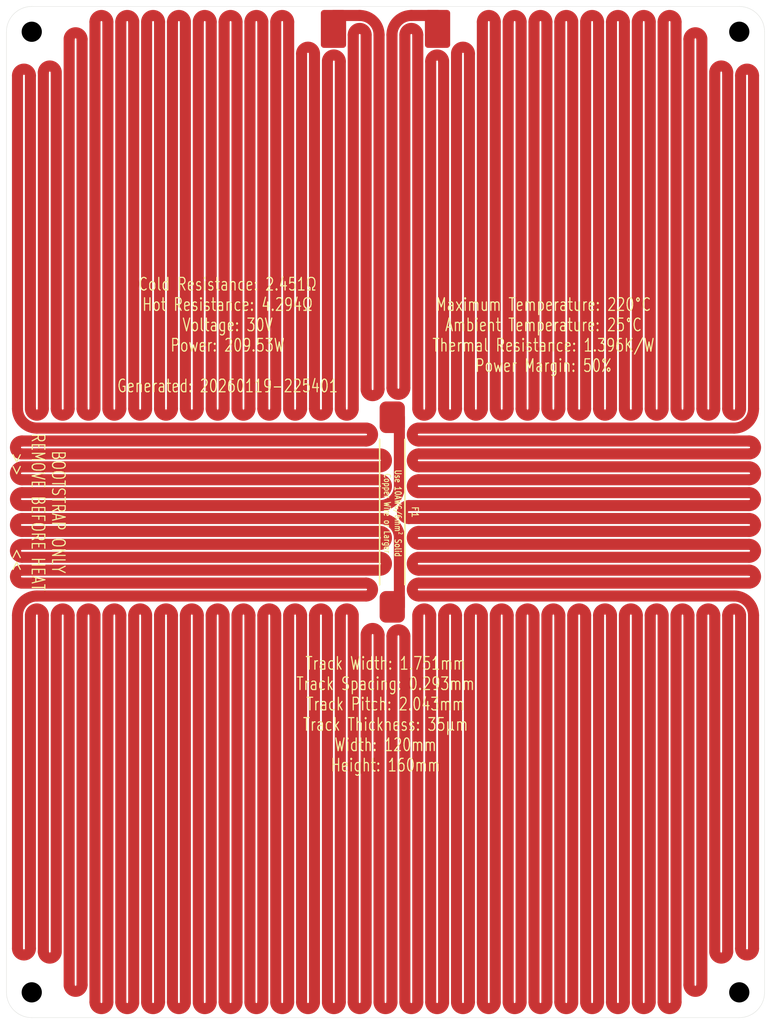
<source format=kicad_pcb>
(kicad_pcb (version 20241229) (generator "pcbnew") (generator_version "9.0")
  (layers (0 "F.Cu" signal) (2 "B.Cu" signal) (13 "F.Paste" user) (15 "B.Paste" user) (5 "F.SilkS" user "F.Silkscreen") (7 "B.SilkS" user "B.Silkscreen") (1 "F.Mask" user) (3 "B.Mask" user) (25 "Edge.Cuts" user))
  (net 0 "")
  (net 1 "Net-(J2-Pin_1)")
  (net 2 "Net-(J1-Pin_1)")
  (footprint "blg:MountingHole_3.2mm_M3_NoPad_TopLarge" (layer "F.Cu") (at 161 29)
    (property "Reference" "REF**" (hide yes))
    (property "Value" "MountingHole_3.2mm_M3_NoPad_TopLarge" (hide yes))
    (pad "" np_thru_hole circle (at 0 0) (size 7.6 7.6) (drill 3.2) (layers))
  )
  (footprint "blg:SMD_PowerConnection_4x6mm" (layer "F.Cu") (at 113.235499 28.55 -90)
    (property "Reference" "J2" (hide yes))
    (property "Value" "Hotplate_Power_Connection" (hide yes))
    (pad "1" smd roundrect (at 0 0 270) (size 6 4) (layers "F.Cu" "F.Mask" "F.Paste") (roundrect_rratio 0.125) (net 1 "Net-(J2-Pin_1)"))
  )
  (footprint "blg:MountingHole_3.2mm_M3_NoPad_TopLarge" (layer "F.Cu") (at 49 181)
    (property "Reference" "REF**" (hide yes))
    (property "Value" "MountingHole_3.2mm_M3_NoPad_TopLarge" (hide yes))
    (pad "" np_thru_hole circle (at 0 0) (size 7.6 7.6) (drill 3.2) (layers))
  )
  (footprint "blg:MountingHole_3.2mm_M3_NoPad_TopLarge" (layer "F.Cu") (at 161 181)
    (property "Reference" "REF**" (hide yes))
    (property "Value" "MountingHole_3.2mm_M3_NoPad_TopLarge" (hide yes))
    (pad "" np_thru_hole circle (at 0 0) (size 7.6 7.6) (drill 3.2) (layers))
  )
  (footprint "blg:SMD_PowerConnection_4x6mm" (layer "F.Cu") (at 96.7645 28.55 -90)
    (property "Reference" "J1" (hide yes))
    (property "Value" "Hotplate_Power_Connection" (hide yes))
    (pad "1" smd roundrect (at 0 0 270) (size 6 4) (layers "F.Cu" "F.Mask" "F.Paste") (roundrect_rratio 0.125) (net 2 "Net-(J1-Pin_1)"))
  )
  (footprint "blg:Thermal Fuse, SN100C, Front, 35mm" (layer "F.Cu") (at 106.0705 105 -90)
    (property "Reference" "F1" (at 0 -3.6 270) (layer "F.SilkS"))
    (property "Value" "~")
    (fp_line (start -11.5 2) (end 11.5 2) (stroke (width 0.25)) (layer "F.SilkS"))
    (fp_line (start -11.5 -2) (end 11.5 -2) (stroke (width 0.25)) (layer "F.SilkS"))
    (fp_text user "Use 10AWG/6mm  Solid" (at 0.2 -0.9 270) (layer "F.SilkS") (effects (font (size 1 0.75))))
    (fp_text user "2" (at 3.35 -1.3 270) (layer "F.SilkS") (effects (font (size 0.6 0.4) (thickness 0.1))))
    (fp_text user "Copper Wire or Larger" (at 0.2 0.8 270) (layer "F.SilkS") (effects (font (size 1 0.75))))
    (pad "1" smd roundrect (at -15 0 270) (size 5 4) (layers "F.Cu" "F.Mask") (net 2 "Net-(J1-Pin_1)"))
    (pad "2" smd roundrect (at 15 0 270) (size 5 4) (layers "F.Cu" "F.Mask") (net 1 "Net-(J2-Pin_1)"))
  )
  (footprint "blg:MountingHole_3.2mm_M3_NoPad_TopLarge" (layer "F.Cu") (at 49 29)
    (property "Reference" "REF**" (hide yes))
    (property "Value" "MountingHole_3.2mm_M3_NoPad_TopLarge" (hide yes))
    (pad "" np_thru_hole circle (at 0 0) (size 7.6 7.6) (drill 3.2) (layers))
  )
  (gr_arc (start 45 29) (mid 46.171573 26.171573) (end 49 25) (stroke (width 0.05)) (layer "Edge.Cuts"))
  (gr_line (start 165 29) (end 165 181) (stroke (width 0.05)) (layer "Edge.Cuts"))
  (gr_arc (start 49 185) (mid 46.171573 183.828427) (end 45 181) (stroke (width 0.05)) (layer "Edge.Cuts"))
  (gr_line (start 49 185) (end 161 185) (stroke (width 0.05)) (layer "Edge.Cuts"))
  (gr_line (start 45 29) (end 45 181) (stroke (width 0.05)) (layer "Edge.Cuts"))
  (gr_arc (start 165 181) (mid 163.828427 183.828427) (end 161 185) (stroke (width 0.05)) (layer "Edge.Cuts"))
  (gr_arc (start 161 25) (mid 163.828427 26.171573) (end 165 29) (stroke (width 0.05)) (layer "Edge.Cuts"))
  (gr_line (start 49 25) (end 161 25) (stroke (width 0.05)) (layer "Edge.Cuts"))
  (gr_text "Track Width: 1.751mm\nTrack Spacing: 0.293mm\nTrack Pitch: 2.043mm\nTrack Thickness: 35µm\nWidth: 120mm\nHeight: 160mm" (at 105 137 0) (layer "F.SilkS") (effects (font (size 2 1.5) (thickness 0.1875))))
  (gr_text "Maximum Temperature: 220°C\nAmbient Temperature: 25°C\nThermal Resistance: 1.396K/W\nPower Margin: 50%" (at 130 77 0) (layer "F.SilkS") (effects (font (size 2 1.5) (thickness 0.1875))))
  (gr_text "BOOTSTRAP ONLY\nREMOVE BEFORE HEAT\n>>          <<" (at 45.6 105 270) (layer "F.SilkS") (effects (font (size 2 1.5) (thickness 0.1875)) (justify bottom)))
  (gr_text "Cold Resistance: 2.451Ω\nHot Resistance: 4.294Ω\nVoltage: 30V\nPower: 209.53W\n\nGenerated: 20260119-225401" (at 80 77 0) (layer "F.SilkS") (effects (font (size 2 1.5) (thickness 0.1875))))
  (segment (start 106.021999 124.6475) (end 106.021999 182.552499) (width 1.751) (layer "F.Cu") (net 1))
  (segment (start 162.552499 95.801999) (end 110.261 95.801999) (width 1.751) (layer "F.Cu") (net 1))
  (segment (start 91.713999 182.552499) (end 91.713999 121.351999) (width 1.751) (layer "F.Cu") (net 1))
  (segment (start 122.374 27.447499) (end 122.374 88.648) (width 1.751) (layer "F.Cu") (net 1))
  (segment (start 114.198 33.6975) (end 114.198 88.648) (width 1.751) (layer "F.Cu") (net 1))
  (segment (start 130.55 27.447499) (end 130.55 88.648) (width 1.751) (layer "F.Cu") (net 1))
  (segment (start 162.552499 99.889999) (end 110.261 99.889999) (width 1.751) (layer "F.Cu") (net 1))
  (segment (start 142.814 27.447499) (end 142.814 88.648) (width 1.751) (layer "F.Cu") (net 1))
  (segment (start 56.965999 121.351999) (end 56.965999 179.817291) (width 1.751) (layer "F.Cu") (net 1))
  (segment (start 162.552499 103.978) (end 108.699523 103.978) (width 1.751) (layer "F.Cu") (net 1))
  (segment (start 75.362 182.552499) (end 75.362 121.351999) (width 1.751) (layer "F.Cu") (net 1))
  (segment (start 148.946 182.552499) (end 148.946 121.351999) (width 1.751) (layer "F.Cu") (net 1))
  (segment (start 138.726 121.351999) (end 138.726 182.552499) (width 1.751) (layer "F.Cu") (net 1))
  (segment (start 126.461999 121.351999) (end 126.461999 182.552499) (width 1.751) (layer "F.Cu") (net 1))
  (segment (start 144.857999 88.648) (end 144.857999 27.447499) (width 1.751) (layer "F.Cu") (net 1))
  (segment (start 97.846 121.351999) (end 97.846 182.552499) (width 1.751) (layer "F.Cu") (net 1))
  (segment (start 153.034 88.648) (end 153.034 30.182708) (width 1.751) (layer "F.Cu") (net 1))
  (segment (start 89.67 121.351999) (end 89.67 182.552499) (width 1.751) (layer "F.Cu") (net 1))
  (segment (start 134.638 121.351999) (end 134.638 182.552499) (width 1.751) (layer "F.Cu") (net 1))
  (segment (start 81.494 121.351999) (end 81.494 182.552499) (width 1.751) (layer "F.Cu") (net 1))
  (segment (start 110.261 110.11) (end 162.552499 110.11) (width 1.751) (layer "F.Cu") (net 1))
  (segment (start 113.235499 26.425499) (end 109.088 26.425499) (width 1.751) (layer "F.Cu") (net 1))
  (segment (start 116.242 88.648) (end 116.242 32.461394) (width 1.751) (layer "F.Cu") (net 1))
  (segment (start 49.811999 118.285999) (end 101.923 118.285999) (width 1.751) (layer "F.Cu") (net 1))
  (segment (start 50.833999 174.560962) (end 50.833999 121.351999) (width 1.751) (layer "F.Cu") (net 1))
  (segment (start 79.449999 182.552499) (end 79.449999 121.351999) (width 1.751) (layer "F.Cu") (net 1))
  (segment (start 85.582 121.351999) (end 85.582 182.552499) (width 1.751) (layer "F.Cu") (net 1))
  (segment (start 108.699523 106.021999) (end 162.552499 106.021999) (width 1.751) (layer "F.Cu") (net 1))
  (segment (start 47.4475 106.021999) (end 104.129 106.021999) (width 1.751) (layer "F.Cu") (net 1))
  (segment (start 161.209999 174.064575) (end 161.209999 121.351999) (width 1.751) (layer "F.Cu") (net 1))
  (segment (start 160.187999 91.713999) (end 110.261 91.713999) (width 1.751) (layer "F.Cu") (net 1))
  (segment (start 163.254 35.935424) (end 163.254 88.648) (width 1.751) (layer "F.Cu") (net 1))
  (segment (start 157.122 88.648) (end 157.122 35.439037) (width 1.751) (layer "F.Cu") (net 1))
  (segment (start 140.77 88.648) (end 140.77 27.447499) (width 1.751) (layer "F.Cu") (net 1))
  (segment (start 159.166 121.351999) (end 159.166 174.560962) (width 1.751) (layer "F.Cu") (net 1))
  (segment (start 87.625999 182.552499) (end 87.625999 121.351999) (width 1.751) (layer "F.Cu") (net 1))
  (segment (start 54.922 179.817291) (end 54.922 121.351999) (width 1.751) (layer "F.Cu") (net 1))
  (segment (start 155.078 121.351999) (end 155.078 179.817291) (width 1.751) (layer "F.Cu") (net 1))
  (segment (start 110.261 114.198) (end 162.552499 114.198) (width 1.751) (layer "F.Cu") (net 1))
  (segment (start 124.418 88.648) (end 124.418 27.447499) (width 1.751) (layer "F.Cu") (net 1))
  (segment (start 161.209999 88.648) (end 161.209999 35.935424) (width 1.751) (layer "F.Cu") (net 1))
  (segment (start 69.23 121.351999) (end 69.23 182.552499) (width 1.751) (layer "F.Cu") (net 1))
  (segment (start 157.122 174.560962) (end 157.122 121.351999) (width 1.751) (layer "F.Cu") (net 1))
  (segment (start 108.066 85.352499) (end 108.066 29.4915) (width 1.751) (layer "F.Cu") (net 1))
  (segment (start 134.638 27.447499) (end 134.638 88.648) (width 1.751) (layer "F.Cu") (net 1))
  (segment (start 126.461999 27.447499) (end 126.461999 88.648) (width 1.751) (layer "F.Cu") (net 1))
  (segment (start 159.166 35.439037) (end 159.166 88.648) (width 1.751) (layer "F.Cu") (net 1))
  (segment (start 150.989999 27.447499) (end 150.989999 88.648) (width 1.751) (layer "F.Cu") (net 1))
  (segment (start 132.594 182.552499) (end 132.594 121.351999) (width 1.751) (layer "F.Cu") (net 1))
  (segment (start 112.154 88.648) (end 112.154 33.6975) (width 1.751) (layer "F.Cu") (net 1))
  (segment (start 110.11 121.351999) (end 110.11 182.552499) (width 1.751) (layer "F.Cu") (net 1))
  (segment (start 71.273999 182.552499) (end 71.273999 121.351999) (width 1.751) (layer "F.Cu") (net 1))
  (segment (start 146.902 121.351999) (end 146.902 182.552499) (width 1.751) (layer "F.Cu") (net 1))
  (segment (start 95.801999 182.552499) (end 95.801999 121.351999) (width 1.751) (layer "F.Cu") (net 1))
  (segment (start 61.053999 121.351999) (end 61.053999 182.552499) (width 1.751) (layer "F.Cu") (net 1))
  (segment (start 46.745999 174.064575) (end 46.745999 121.351999) (width 1.751) (layer "F.Cu") (net 1))
  (segment (start 162.552499 108.066) (end 110.261 108.066) (width 1.751) (layer "F.Cu") (net 1))
  (segment (start 112.154 182.552499) (end 112.154 121.351999) (width 1.751) (layer "F.Cu") (net 1))
  (segment (start 104.129 112.154) (end 47.4475 112.154) (width 1.751) (layer "F.Cu") (net 1))
  (segment (start 63.098 182.552499) (end 63.098 121.351999) (width 1.751) (layer "F.Cu") (net 1))
  (segment (start 73.318 121.351999) (end 73.318 182.552499) (width 1.751) (layer "F.Cu") (net 1))
  (segment (start 128.505999 88.648) (end 128.505999 27.447499) (width 1.751) (layer "F.Cu") (net 1))
  (segment (start 83.538 182.552499) (end 83.538 121.351999) (width 1.751) (layer "F.Cu") (net 1))
  (segment (start 142.814 121.351999) (end 142.814 182.552499) (width 1.751) (layer "F.Cu") (net 1))
  (segment (start 65.141999 121.351999) (end 65.141999 182.552499) (width 1.751) (layer "F.Cu") (net 1))
  (segment (start 59.01 182.552499) (end 59.01 121.351999) (width 1.751) (layer "F.Cu") (net 1))
  (segment (start 99.889999 182.552499) (end 99.889999 121.351999) (width 1.751) (layer "F.Cu") (net 1))
  (segment (start 148.946 88.648) (end 148.946 27.447499) (width 1.751) (layer "F.Cu") (net 1))
  (segment (start 132.594 88.648) (end 132.594 27.447499) (width 1.751) (layer "F.Cu") (net 1))
  (segment (start 146.902 27.447499) (end 146.902 88.648) (width 1.751) (layer "F.Cu") (net 1))
  (segment (start 122.374 121.351999) (end 122.374 182.552499) (width 1.751) (layer "F.Cu") (net 1))
  (segment (start 77.406 121.351999) (end 77.406 182.552499) (width 1.751) (layer "F.Cu") (net 1))
  (segment (start 128.505999 182.552499) (end 128.505999 121.351999) (width 1.751) (layer "F.Cu") (net 1))
  (segment (start 150.989999 121.351999) (end 150.989999 182.552499) (width 1.751) (layer "F.Cu") (net 1))
  (segment (start 118.285999 32.461394) (end 118.285999 88.648) (width 1.751) (layer "F.Cu") (net 1))
  (segment (start 101.934 124.439125) (end 101.934 182.552499) (width 1.751) (layer "F.Cu") (net 1))
  (segment (start 47.4475 114.198) (end 104.129 114.198) (width 1.751) (layer "F.Cu") (net 1))
  (segment (start 110.261 118.285999) (end 160.187999 118.285999) (width 1.751) (layer "F.Cu") (net 1))
  (segment (start 67.186 182.552499) (end 67.186 121.351999) (width 1.751) (layer "F.Cu") (net 1))
  (segment (start 153.034 179.817291) (end 153.034 121.351999) (width 1.751) (layer "F.Cu") (net 1))
  (segment (start 144.857999 182.552499) (end 144.857999 121.351999) (width 1.751) (layer "F.Cu") (net 1))
  (segment (start 162.552499 116.242) (end 110.261 116.242) (width 1.751) (layer "F.Cu") (net 1))
  (segment (start 103.978 182.552499) (end 103.978 124.439125) (width 1.751) (layer "F.Cu") (net 1))
  (segment (start 120.33 88.648) (end 120.33 27.447499) (width 1.751) (layer "F.Cu") (net 1))
  (segment (start 136.682 182.552499) (end 136.682 121.351999) (width 1.751) (layer "F.Cu") (net 1))
  (segment (start 155.078 30.182708) (end 155.078 88.648) (width 1.751) (layer "F.Cu") (net 1))
  (segment (start 163.254 121.351999) (end 163.254 174.064575) (width 1.751) (layer "F.Cu") (net 1))
  (segment (start 130.55 121.351999) (end 130.55 182.552499) (width 1.751) (layer "F.Cu") (net 1))
  (segment (start 47.4475 110.11) (end 104.129 110.11) (width 1.751) (layer "F.Cu") (net 1))
  (segment (start 110.261 97.846) (end 162.552499 97.846) (width 1.751) (layer "F.Cu") (net 1))
  (segment (start 106.021999 29.4915) (end 106.021999 85.352499) (width 1.751) (layer "F.Cu") (net 1))
  (segment (start 120.33 182.552499) (end 120.33 121.351999) (width 1.751) (layer "F.Cu") (net 1))
  (segment (start 114.198 121.351999) (end 114.198 182.552499) (width 1.751) (layer "F.Cu") (net 1))
  (segment (start 110.261 93.758) (end 162.552499 93.758) (width 1.751) (layer "F.Cu") (net 1))
  (segment (start 162.552499 112.154) (end 110.261 112.154) (width 1.751) (layer "F.Cu") (net 1))
  (segment (start 52.877999 121.351999) (end 52.877999 174.560962) (width 1.751) (layer "F.Cu") (net 1))
  (segment (start 138.726 27.447499) (end 138.726 88.648) (width 1.751) (layer "F.Cu") (net 1))
  (segment (start 110.11 29.4915) (end 110.11 88.648) (width 1.751) (layer "F.Cu") (net 1))
  (segment (start 48.79 121.351999) (end 48.79 174.064575) (width 1.751) (layer "F.Cu") (net 1))
  (segment (start 104.129 108.066) (end 47.4475 108.066) (width 1.751) (layer "F.Cu") (net 1))
  (segment (start 101.923 116.242) (end 47.4475 116.242) (width 1.751) (layer "F.Cu") (net 1))
  (segment (start 93.758 121.351999) (end 93.758 182.552499) (width 1.751) (layer "F.Cu") (net 1))
  (segment (start 107.195 120) (end 107.195 109.088) (width 1.751) (layer "F.Cu") (net 1))
  (segment (start 116.242 182.552499) (end 116.242 121.351999) (width 1.751) (layer "F.Cu") (net 1))
  (segment (start 108.066 182.552499) (end 108.066 124.6475) (width 1.751) (layer "F.Cu") (net 1))
  (segment (start 136.682 88.648) (end 136.682 27.447499) (width 1.751) (layer "F.Cu") (net 1))
  (segment (start 140.77 182.552499) (end 140.77 121.351999) (width 1.751) (layer "F.Cu") (net 1))
  (segment (start 110.261 101.934) (end 162.552499 101.934) (width 1.751) (layer "F.Cu") (net 1))
  (segment (start 124.418 182.552499) (end 124.418 121.351999) (width 1.751) (layer "F.Cu") (net 1))
  (segment (start 118.285999 121.351999) (end 118.285999 182.552499) (width 1.751) (layer "F.Cu") (net 1))
  (arc (start 161.209999 121.351999) (mid 160.188 120.33) (end 159.166 121.351999) (width 1.751) (layer "F.Cu") (net 1))
  (arc (start 122.374 88.648) (mid 123.395999 89.67) (end 124.418 88.648) (width 1.751) (layer "F.Cu") (net 1))
  (arc (start 130.55 182.552499) (mid 129.527999 183.5745) (end 128.505999 182.552499) (width 1.751) (layer "F.Cu") (net 1))
  (arc (start 144.857999 121.351999) (mid 143.835999 120.33) (end 142.814 121.351999) (width 1.751) (layer "F.Cu") (net 1))
  (arc (start 104.129 110.11) (mid 105.151 109.088) (end 104.129 108.066) (width 1.751) (layer "F.Cu") (net 1))
  (arc (start 104.129 114.198) (mid 105.151 113.176) (end 104.129 112.154) (width 1.751) (layer "F.Cu") (net 1))
  (arc (start 142.814 88.648) (mid 143.835999 89.67) (end 144.857999 88.648) (width 1.751) (layer "F.Cu") (net 1))
  (arc (start 138.726 182.552499) (mid 137.703999 183.5745) (end 136.682 182.552499) (width 1.751) (layer "F.Cu") (net 1))
  (arc (start 112.154 121.351999) (mid 111.131999 120.33) (end 110.11 121.351999) (width 1.751) (layer "F.Cu") (net 1))
  (arc (start 110.261 116.242) (mid 109.238999 117.264) (end 110.261 118.285999) (width 1.751) (layer "F.Cu") (net 1))
  (arc (start 128.505999 27.447499) (mid 129.527999 26.425499) (end 130.55 27.447499) (width 1.751) (layer "F.Cu") (net 1))
  (arc (start 101.923 118.285999) (mid 102.945 117.264) (end 101.923 116.242) (width 1.751) (layer "F.Cu") (net 1))
  (arc (start 162.552499 106.021999) (mid 163.574499 107.044) (end 162.552499 108.066) (width 1.751) (layer "F.Cu") (net 1))
  (arc (start 162.552499 110.11) (mid 163.574499 111.131999) (end 162.552499 112.154) (width 1.751) (layer "F.Cu") (net 1))
  (arc (start 138.726 88.648) (mid 139.748 89.67) (end 140.77 88.648) (width 1.751) (layer "F.Cu") (net 1))
  (arc (start 77.406 182.552499) (mid 76.384 183.5745) (end 75.362 182.552499) (width 1.751) (layer "F.Cu") (net 1))
  (arc (start 118.285999 88.648) (mid 119.308 89.67) (end 120.33 88.648) (width 1.751) (layer "F.Cu") (net 1))
  (arc (start 159.166 174.560962) (mid 158.143999 175.582962) (end 157.122 174.560962) (width 1.751) (layer "F.Cu") (net 1))
  (arc (start 159.166 88.648) (mid 160.188 89.67) (end 161.209999 88.648) (width 1.751) (layer "F.Cu") (net 1))
  (arc (start 142.814 182.552499) (mid 141.792 183.5745) (end 140.77 182.552499) (width 1.751) (layer "F.Cu") (net 1))
  (arc (start 162.552499 101.934) (mid 163.574499 102.955999) (end 162.552499 103.978) (width 1.751) (layer "F.Cu") (net 1))
  (arc (start 112.154 33.6975) (mid 113.176 32.6755) (end 114.198 33.6975) (width 1.751) (layer "F.Cu") (net 1))
  (arc (start 59.01 121.351999) (mid 57.988 120.33) (end 56.965999 121.351999) (width 1.751) (layer "F.Cu") (net 1))
  (arc (start 110.261 108.066) (mid 109.238999 109.088) (end 110.261 110.11) (width 1.751) (layer "F.Cu") (net 1))
  (arc (start 81.494 182.552499) (mid 80.472 183.5745) (end 79.449999 182.552499) (width 1.751) (layer "F.Cu") (net 1))
  (arc (start 97.846 182.552499) (mid 96.824 183.5745) (end 95.801999 182.552499) (width 1.751) (layer "F.Cu") (net 1))
  (arc (start 150.989999 88.648) (mid 152.011999 89.67) (end 153.034 88.648) (width 1.751) (layer "F.Cu") (net 1))
  (arc (start 136.682 27.447499) (mid 137.703999 26.425499) (end 138.726 27.447499) (width 1.751) (layer "F.Cu") (net 1))
  (arc (start 120.33 27.447499) (mid 121.351999 26.425499) (end 122.374 27.447499) (width 1.751) (layer "F.Cu") (net 1))
  (arc (start 47.4475 108.066) (mid 46.425499 107.044) (end 47.4475 106.021999) (width 1.751) (layer "F.Cu") (net 1))
  (arc (start 47.4475 112.154) (mid 46.425499 111.131999) (end 47.4475 110.11) (width 1.751) (layer "F.Cu") (net 1))
  (arc (start 155.078 88.648) (mid 156.1 89.67) (end 157.122 88.648) (width 1.751) (layer "F.Cu") (net 1))
  (arc (start 108.066 29.4915) (mid 109.088 28.4695) (end 110.11 29.4915) (width 1.751) (layer "F.Cu") (net 1))
  (arc (start 126.461999 182.552499) (mid 125.44 183.5745) (end 124.418 182.552499) (width 1.751) (layer "F.Cu") (net 1))
  (arc (start 71.273999 121.351999) (mid 70.252 120.33) (end 69.23 121.351999) (width 1.751) (layer "F.Cu") (net 1))
  (arc (start 132.594 121.351999) (mid 131.572 120.33) (end 130.55 121.351999) (width 1.751) (layer "F.Cu") (net 1))
  (arc (start 116.242 32.461394) (mid 117.264 31.439394) (end 118.285999 32.461394) (width 1.751) (layer "F.Cu") (net 1))
  (arc (start 157.122 35.439037) (mid 158.143999 34.417037) (end 159.166 35.439037) (width 1.751) (layer "F.Cu") (net 1))
  (arc (start 134.638 88.648) (mid 135.66 89.67) (end 136.682 88.648) (width 1.751) (layer "F.Cu") (net 1))
  (arc (start 153.034 121.351999) (mid 152.011999 120.33) (end 150.989999 121.351999) (width 1.751) (layer "F.Cu") (net 1))
  (arc (start 160.187999 118.285999) (mid 162.355989 119.18401) (end 163.253999 121.351999) (width 1.751) (layer "F.Cu") (net 1))
  (arc (start 162.552499 93.758) (mid 163.574499 94.779999) (end 162.552499 95.801999) (width 1.751) (layer "F.Cu") (net 1))
  (arc (start 50.833999 121.351999) (mid 49.812 120.33) (end 48.79 121.351999) (width 1.751) (layer "F.Cu") (net 1))
  (arc (start 73.318 182.552499) (mid 72.295999 183.5745) (end 71.273999 182.552499) (width 1.751) (layer "F.Cu") (net 1))
  (arc (start 146.902 182.552499) (mid 145.88 183.5745) (end 144.857999 182.552499) (width 1.751) (layer "F.Cu") (net 1))
  (arc (start 134.638 182.552499) (mid 133.615999 183.5745) (end 132.594 182.552499) (width 1.751) (layer "F.Cu") (net 1))
  (arc (start 101.934 182.552499) (mid 100.912 183.5745) (end 99.889999 182.552499) (width 1.751) (layer "F.Cu") (net 1))
  (arc (start 47.4475 116.242) (mid 46.425499 115.219999) (end 47.4475 114.198) (width 1.751) (layer "F.Cu") (net 1))
  (arc (start 118.285999 182.552499) (mid 117.264 183.5745) (end 116.242 182.552499) (width 1.751) (layer "F.Cu") (net 1))
  (arc (start 110.261 99.889999) (mid 109.238999 100.912) (end 110.261 101.934) (width 1.751) (layer "F.Cu") (net 1))
  (arc (start 140.77 27.447499) (mid 141.792 26.425499) (end 142.814 27.447499) (width 1.751) (layer "F.Cu") (net 1))
  (arc (start 54.922 121.351999) (mid 53.9 120.33) (end 52.877999 121.351999) (width 1.751) (layer "F.Cu") (net 1))
  (arc (start 110.11 88.648) (mid 111.131999 89.67) (end 112.154 88.648) (width 1.751) (layer "F.Cu") (net 1))
  (arc (start 106.021999 85.352499) (mid 107.044 86.3745) (end 108.066 85.352499) (width 1.751) (layer "F.Cu") (net 1))
  (arc (start 124.418 121.351999) (mid 123.395999 120.33) (end 122.374 121.351999) (width 1.751) (layer "F.Cu") (net 1))
  (arc (start 136.682 121.351999) (mid 135.66 120.33) (end 134.638 121.351999) (width 1.751) (layer "F.Cu") (net 1))
  (arc (start 89.67 182.552499) (mid 88.648 183.5745) (end 87.625999 182.552499) (width 1.751) (layer "F.Cu") (net 1))
  (arc (start 126.461999 88.648) (mid 127.483999 89.67) (end 128.505999 88.648) (width 1.751) (layer "F.Cu") (net 1))
  (arc (start 116.242 121.351999) (mid 115.219999 120.33) (end 114.198 121.351999) (width 1.751) (layer "F.Cu") (net 1))
  (arc (start 93.758 182.552499) (mid 92.736 183.5745) (end 91.713999 182.552499) (width 1.751) (layer "F.Cu") (net 1))
  (arc (start 99.889999 121.351999) (mid 98.868 120.33) (end 97.846 121.351999) (width 1.751) (layer "F.Cu") (net 1))
  (arc (start 163.254 174.064575) (mid 162.232 175.086575) (end 161.209999 174.064575) (width 1.751) (layer "F.Cu") (net 1))
  (arc (start 79.449999 121.351999) (mid 78.428 120.33) (end 77.406 121.351999) (width 1.751) (layer "F.Cu") (net 1))
  (arc (start 157.122 121.351999) (mid 156.1 120.33) (end 155.078 121.351999) (width 1.751) (layer "F.Cu") (net 1))
  (arc (start 140.77 121.351999) (mid 139.748 120.33) (end 138.726 121.351999) (width 1.751) (layer "F.Cu") (net 1))
  (arc (start 120.33 121.351999) (mid 119.308 120.33) (end 118.285999 121.351999) (width 1.751) (layer "F.Cu") (net 1))
  (arc (start 87.625999 121.351999) (mid 86.604 120.33) (end 85.582 121.351999) (width 1.751) (layer "F.Cu") (net 1))
  (arc (start 148.946 121.351999) (mid 147.924 120.33) (end 146.902 121.351999) (width 1.751) (layer "F.Cu") (net 1))
  (arc (start 110.261 91.713999) (mid 109.238999 92.736) (end 110.261 93.758) (width 1.751) (layer "F.Cu") (net 1))
  (arc (start 52.877999 174.560962) (mid 51.856 175.582962) (end 50.833999 174.560962) (width 1.751) (layer "F.Cu") (net 1))
  (arc (start 161.209999 35.935424) (mid 162.232 34.913424) (end 163.254 35.935424) (width 1.751) (layer "F.Cu") (net 1))
  (arc (start 75.362 121.351999) (mid 74.34 120.33) (end 73.318 121.351999) (width 1.751) (layer "F.Cu") (net 1))
  (arc (start 67.186 121.351999) (mid 66.164 120.33) (end 65.141999 121.351999) (width 1.751) (layer "F.Cu") (net 1))
  (arc (start 108.699523 103.978) (mid 107.677523 105) (end 108.699523 106.021999) (width 1.751) (layer "F.Cu") (net 1))
  (arc (start 128.505999 121.351999) (mid 127.483999 120.33) (end 126.461999 121.351999) (width 1.751) (layer "F.Cu") (net 1))
  (arc (start 122.374 182.552499) (mid 121.351999 183.5745) (end 120.33 182.552499) (width 1.751) (layer "F.Cu") (net 1))
  (arc (start 61.053999 182.552499) (mid 60.032 183.5745) (end 59.01 182.552499) (width 1.751) (layer "F.Cu") (net 1))
  (arc (start 148.946 27.447499) (mid 149.968 26.425499) (end 150.989999 27.447499) (width 1.751) (layer "F.Cu") (net 1))
  (arc (start 130.55 88.648) (mid 131.572 89.67) (end 132.594 88.648) (width 1.751) (layer "F.Cu") (net 1))
  (arc (start 110.261 95.801999) (mid 109.238999 96.824) (end 110.261 97.846) (width 1.751) (layer "F.Cu") (net 1))
  (arc (start 65.141999 182.552499) (mid 64.119999 183.5745) (end 63.098 182.552499) (width 1.751) (layer "F.Cu") (net 1))
  (arc (start 85.582 182.552499) (mid 84.56 183.5745) (end 83.538 182.552499) (width 1.751) (layer "F.Cu") (net 1))
  (arc (start 95.801999 121.351999) (mid 94.779999 120.33) (end 93.758 121.351999) (width 1.751) (layer "F.Cu") (net 1))
  (arc (start 110.11 182.552499) (mid 109.088 183.5745) (end 108.066 182.552499) (width 1.751) (layer "F.Cu") (net 1))
  (arc (start 106.021999 29.4915) (mid 106.92001 27.32351) (end 109.088 26.425499) (width 1.751) (layer "F.Cu") (net 1))
  (arc (start 110.261 112.154) (mid 109.238999 113.176) (end 110.261 114.198) (width 1.751) (layer "F.Cu") (net 1))
  (arc (start 144.857999 27.447499) (mid 145.88 26.425499) (end 146.902 27.447499) (width 1.751) (layer "F.Cu") (net 1))
  (arc (start 108.066 124.6475) (mid 107.044 123.6255) (end 106.021999 124.6475) (width 1.751) (layer "F.Cu") (net 1))
  (arc (start 146.902 88.648) (mid 147.924 89.67) (end 148.946 88.648) (width 1.751) (layer "F.Cu") (net 1))
  (arc (start 150.989999 182.552499) (mid 149.968 183.5745) (end 148.946 182.552499) (width 1.751) (layer "F.Cu") (net 1))
  (arc (start 114.198 88.648) (mid 115.219999 89.67) (end 116.242 88.648) (width 1.751) (layer "F.Cu") (net 1))
  (arc (start 103.978 124.439125) (mid 102.955999 123.417125) (end 101.934 124.439125) (width 1.751) (layer "F.Cu") (net 1))
  (arc (start 48.79 174.064575) (mid 47.768 175.086575) (end 46.745999 174.064575) (width 1.751) (layer "F.Cu") (net 1))
  (arc (start 155.078 179.817291) (mid 154.056 180.839291) (end 153.034 179.817291) (width 1.751) (layer "F.Cu") (net 1))
  (arc (start 163.253999 88.647999) (mid 162.355989 90.815989) (end 160.187999 91.713999) (width 1.751) (layer "F.Cu") (net 1))
  (arc (start 162.552499 97.846) (mid 163.574499 98.868) (end 162.552499 99.889999) (width 1.751) (layer "F.Cu") (net 1))
  (arc (start 56.965999 179.817291) (mid 55.944 180.839291) (end 54.922 179.817291) (width 1.751) (layer "F.Cu") (net 1))
  (arc (start 104.129 106.021999) (mid 106.296989 106.92001) (end 107.195 109.088) (width 1.751) (layer "F.Cu") (net 1))
  (arc (start 46.745999 121.351999) (mid 47.64401 119.18401) (end 49.811999 118.285999) (width 1.751) (layer "F.Cu") (net 1))
  (arc (start 83.538 121.351999) (mid 82.515999 120.33) (end 81.494 121.351999) (width 1.751) (layer "F.Cu") (net 1))
  (arc (start 162.552499 114.198) (mid 163.574499 115.219999) (end 162.552499 116.242) (width 1.751) (layer "F.Cu") (net 1))
  (arc (start 91.713999 121.351999) (mid 90.692 120.33) (end 89.67 121.351999) (width 1.751) (layer "F.Cu") (net 1))
  (arc (start 69.23 182.552499) (mid 68.207999 183.5745) (end 67.186 182.552499) (width 1.751) (layer "F.Cu") (net 1))
  (arc (start 106.021999 182.552499) (mid 105 183.5745) (end 103.978 182.552499) (width 1.751) (layer "F.Cu") (net 1))
  (arc (start 114.198 182.552499) (mid 113.176 183.5745) (end 112.154 182.552499) (width 1.751) (layer "F.Cu") (net 1))
  (arc (start 124.418 27.447499) (mid 125.44 26.425499) (end 126.461999 27.447499) (width 1.751) (layer "F.Cu") (net 1))
  (arc (start 63.098 121.351999) (mid 62.076 120.33) (end 61.053999 121.351999) (width 1.751) (layer "F.Cu") (net 1))
  (arc (start 153.034 30.182708) (mid 154.056 29.160708) (end 155.078 30.182708) (width 1.751) (layer "F.Cu") (net 1))
  (arc (start 132.594 27.447499) (mid 133.615999 26.425499) (end 134.638 27.447499) (width 1.751) (layer "F.Cu") (net 1))
  (segment (start 56.965999 88.648) (end 56.965999 30.182708) (width 1.751) (layer "F.Cu") (net 2))
  (segment (start 49.811999 91.713999) (end 101.923 91.713999) (width 1.751) (layer "F.Cu") (net 2))
  (segment (start 47.4475 95.801999) (end 104.129 95.801999) (width 1.751) (layer "F.Cu") (net 2))
  (segment (start 79.449999 27.447499) (end 79.449999 88.648) (width 1.751) (layer "F.Cu") (net 2))
  (segment (start 91.713999 32.461394) (end 91.713999 88.648) (width 1.751) (layer "F.Cu") (net 2))
  (segment (start 85.582 88.648) (end 85.582 27.447499) (width 1.751) (layer "F.Cu") (net 2))
  (segment (start 95.801999 33.6975) (end 95.801999 88.648) (width 1.751) (layer "F.Cu") (net 2))
  (segment (start 50.833999 35.439037) (end 50.833999 88.648) (width 1.751) (layer "F.Cu") (net 2))
  (segment (start 54.922 30.182708) (end 54.922 88.648) (width 1.751) (layer "F.Cu") (net 2))
  (segment (start 67.186 27.447499) (end 67.186 88.648) (width 1.751) (layer "F.Cu") (net 2))
  (segment (start 81.494 88.648) (end 81.494 27.447499) (width 1.751) (layer "F.Cu") (net 2))
  (segment (start 65.141999 88.648) (end 65.141999 27.447499) (width 1.751) (layer "F.Cu") (net 2))
  (segment (start 47.4475 103.978) (end 104.129 103.978) (width 1.751) (layer "F.Cu") (net 2))
  (segment (start 103.978 29.4915) (end 103.978 85.560874) (width 1.751) (layer "F.Cu") (net 2))
  (segment (start 73.318 88.648) (end 73.318 27.447499) (width 1.751) (layer "F.Cu") (net 2))
  (segment (start 52.877999 88.648) (end 52.877999 35.439037) (width 1.751) (layer "F.Cu") (net 2))
  (segment (start 101.934 85.560874) (end 101.934 29.4915) (width 1.751) (layer "F.Cu") (net 2))
  (segment (start 87.625999 27.447499) (end 87.625999 88.648) (width 1.751) (layer "F.Cu") (net 2))
  (segment (start 47.4475 99.889999) (end 104.129 99.889999) (width 1.751) (layer "F.Cu") (net 2))
  (segment (start 71.273999 27.447499) (end 71.273999 88.648) (width 1.751) (layer "F.Cu") (net 2))
  (segment (start 63.098 27.447499) (end 63.098 88.648) (width 1.751) (layer "F.Cu") (net 2))
  (segment (start 107.195 90) (end 107.195 100.912) (width 1.751) (layer "F.Cu") (net 2))
  (segment (start 101.923 93.758) (end 47.4475 93.758) (width 1.751) (layer "F.Cu") (net 2))
  (segment (start 61.053999 88.648) (end 61.053999 27.447499) (width 1.751) (layer "F.Cu") (net 2))
  (segment (start 48.79 88.648) (end 48.79 35.935424) (width 1.751) (layer "F.Cu") (net 2))
  (segment (start 77.406 88.648) (end 77.406 27.447499) (width 1.751) (layer "F.Cu") (net 2))
  (segment (start 46.745999 35.935424) (end 46.745999 88.648) (width 1.751) (layer "F.Cu") (net 2))
  (segment (start 99.889999 29.4915) (end 99.889999 88.648) (width 1.751) (layer "F.Cu") (net 2))
  (segment (start 89.67 88.648) (end 89.67 27.447499) (width 1.751) (layer "F.Cu") (net 2))
  (segment (start 83.538 27.447499) (end 83.538 88.648) (width 1.751) (layer "F.Cu") (net 2))
  (segment (start 69.23 88.648) (end 69.23 27.447499) (width 1.751) (layer "F.Cu") (net 2))
  (segment (start 59.01 27.447499) (end 59.01 88.648) (width 1.751) (layer "F.Cu") (net 2))
  (segment (start 104.129 97.846) (end 47.4475 97.846) (width 1.751) (layer "F.Cu") (net 2))
  (segment (start 93.758 88.648) (end 93.758 32.461394) (width 1.751) (layer "F.Cu") (net 2))
  (segment (start 96.7645 26.425499) (end 100.912 26.425499) (width 1.751) (layer "F.Cu") (net 2))
  (segment (start 104.129 101.934) (end 47.4475 101.934) (width 1.751) (layer "F.Cu") (net 2))
  (segment (start 97.846 88.648) (end 97.846 33.6975) (width 1.751) (layer "F.Cu") (net 2))
  (segment (start 75.362 27.447499) (end 75.362 88.648) (width 1.751) (layer "F.Cu") (net 2))
  (arc (start 61.053999 27.447499) (mid 60.032 26.425499) (end 59.01 27.447499) (width 1.751) (layer "F.Cu") (net 2))
  (arc (start 69.23 27.447499) (mid 68.207999 26.425499) (end 67.186 27.447499) (width 1.751) (layer "F.Cu") (net 2))
  (arc (start 63.098 88.648) (mid 62.076 89.67) (end 61.053999 88.648) (width 1.751) (layer "F.Cu") (net 2))
  (arc (start 73.318 27.447499) (mid 72.295999 26.425499) (end 71.273999 27.447499) (width 1.751) (layer "F.Cu") (net 2))
  (arc (start 47.4475 93.758) (mid 46.425499 94.779999) (end 47.4475 95.801999) (width 1.751) (layer "F.Cu") (net 2))
  (arc (start 67.186 88.648) (mid 66.164 89.67) (end 65.141999 88.648) (width 1.751) (layer "F.Cu") (net 2))
  (arc (start 48.79 35.935424) (mid 47.768 34.913424) (end 46.745999 35.935424) (width 1.751) (layer "F.Cu") (net 2))
  (arc (start 52.877999 35.439037) (mid 51.856 34.417037) (end 50.833999 35.439037) (width 1.751) (layer "F.Cu") (net 2))
  (arc (start 77.406 27.447499) (mid 76.384 26.425499) (end 75.362 27.447499) (width 1.751) (layer "F.Cu") (net 2))
  (arc (start 104.129 99.889999) (mid 105.151 100.912) (end 104.129 101.934) (width 1.751) (layer "F.Cu") (net 2))
  (arc (start 101.934 29.4915) (mid 100.912 28.4695) (end 99.889999 29.4915) (width 1.751) (layer "F.Cu") (net 2))
  (arc (start 47.4475 101.934) (mid 46.425499 102.955999) (end 47.4475 103.978) (width 1.751) (layer "F.Cu") (net 2))
  (arc (start 104.129 95.801999) (mid 105.151 96.824) (end 104.129 97.846) (width 1.751) (layer "F.Cu") (net 2))
  (arc (start 85.582 27.447499) (mid 84.56 26.425499) (end 83.538 27.447499) (width 1.751) (layer "F.Cu") (net 2))
  (arc (start 54.922 88.648) (mid 53.9 89.67) (end 52.877999 88.648) (width 1.751) (layer "F.Cu") (net 2))
  (arc (start 79.449999 88.648) (mid 78.428 89.67) (end 77.406 88.648) (width 1.751) (layer "F.Cu") (net 2))
  (arc (start 47.4475 97.846) (mid 46.425499 98.868) (end 47.4475 99.889999) (width 1.751) (layer "F.Cu") (net 2))
  (arc (start 65.141999 27.447499) (mid 64.119999 26.425499) (end 63.098 27.447499) (width 1.751) (layer "F.Cu") (net 2))
  (arc (start 83.538 88.648) (mid 82.515999 89.67) (end 81.494 88.648) (width 1.751) (layer "F.Cu") (net 2))
  (arc (start 103.978 85.560874) (mid 102.955999 86.582874) (end 101.934 85.560874) (width 1.751) (layer "F.Cu") (net 2))
  (arc (start 87.625999 88.648) (mid 86.604 89.67) (end 85.582 88.648) (width 1.751) (layer "F.Cu") (net 2))
  (arc (start 81.494 27.447499) (mid 80.472 26.425499) (end 79.449999 27.447499) (width 1.751) (layer "F.Cu") (net 2))
  (arc (start 91.713999 88.648) (mid 90.692 89.67) (end 89.67 88.648) (width 1.751) (layer "F.Cu") (net 2))
  (arc (start 89.67 27.447499) (mid 88.648 26.425499) (end 87.625999 27.447499) (width 1.751) (layer "F.Cu") (net 2))
  (arc (start 56.965999 30.182708) (mid 55.944 29.160708) (end 54.922 30.182708) (width 1.751) (layer "F.Cu") (net 2))
  (arc (start 99.889999 88.648) (mid 98.868 89.67) (end 97.846 88.648) (width 1.751) (layer "F.Cu") (net 2))
  (arc (start 50.833999 88.648) (mid 49.812 89.67) (end 48.79 88.648) (width 1.751) (layer "F.Cu") (net 2))
  (arc (start 100.912 26.425499) (mid 103.079989 27.32351) (end 103.978 29.4915) (width 1.751) (layer "F.Cu") (net 2))
  (arc (start 75.362 88.648) (mid 74.34 89.67) (end 73.318 88.648) (width 1.751) (layer "F.Cu") (net 2))
  (arc (start 59.01 88.648) (mid 57.988 89.67) (end 56.965999 88.648) (width 1.751) (layer "F.Cu") (net 2))
  (arc (start 101.923 91.713999) (mid 102.945 92.736) (end 101.923 93.758) (width 1.751) (layer "F.Cu") (net 2))
  (arc (start 49.811999 91.713999) (mid 47.64401 90.815989) (end 46.745999 88.648) (width 1.751) (layer "F.Cu") (net 2))
  (arc (start 95.801999 88.648) (mid 94.779999 89.67) (end 93.758 88.648) (width 1.751) (layer "F.Cu") (net 2))
  (arc (start 71.273999 88.648) (mid 70.252 89.67) (end 69.23 88.648) (width 1.751) (layer "F.Cu") (net 2))
  (arc (start 97.846 33.6975) (mid 96.824 32.6755) (end 95.801999 33.6975) (width 1.751) (layer "F.Cu") (net 2))
  (arc (start 93.758 32.461394) (mid 92.736 31.439394) (end 91.713999 32.461394) (width 1.751) (layer "F.Cu") (net 2))
  (arc (start 107.195 100.912) (mid 106.296989 103.079989) (end 104.129 103.978) (width 1.751) (layer "F.Cu") (net 2))
)
</source>
